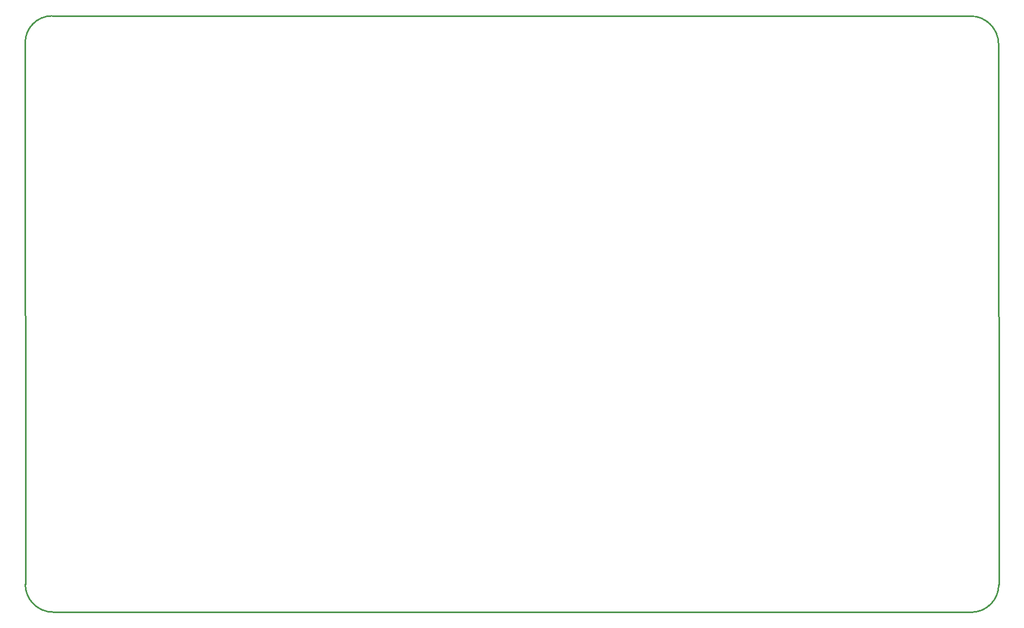
<source format=gbr>
%TF.GenerationSoftware,Altium Limited,Altium Designer,22.7.1 (60)*%
G04 Layer_Color=32768*
%FSLAX43Y43*%
%MOMM*%
%TF.SameCoordinates,2ABDD118-431D-4485-972F-9944B14BA474*%
%TF.FilePolarity,Positive*%
%TF.FileFunction,Other,Board_Outline_(ES)*%
%TF.Part,Single*%
G01*
G75*
%TA.AperFunction,NonConductor*%
%ADD51C,0.254*%
D51*
X4332Y95004D02*
G03*
X56Y90729I0J-4275D01*
G01*
X72Y4497D02*
G03*
X4498Y72I4426J0D01*
G01*
X150633Y45D02*
G03*
X155011Y4423I0J4378D01*
G01*
X154984Y90482D02*
G03*
X150482Y94984I-4502J0D01*
G01*
X4332Y95004D02*
X150482Y94984D01*
X56Y90729D02*
X72Y4497D01*
X4498Y72D02*
X150633Y45D01*
X154984Y90482D02*
X155011Y4423D01*
%TF.MD5,72c2fc913d5f68fa52a1d2a4254a188d*%
M02*

</source>
